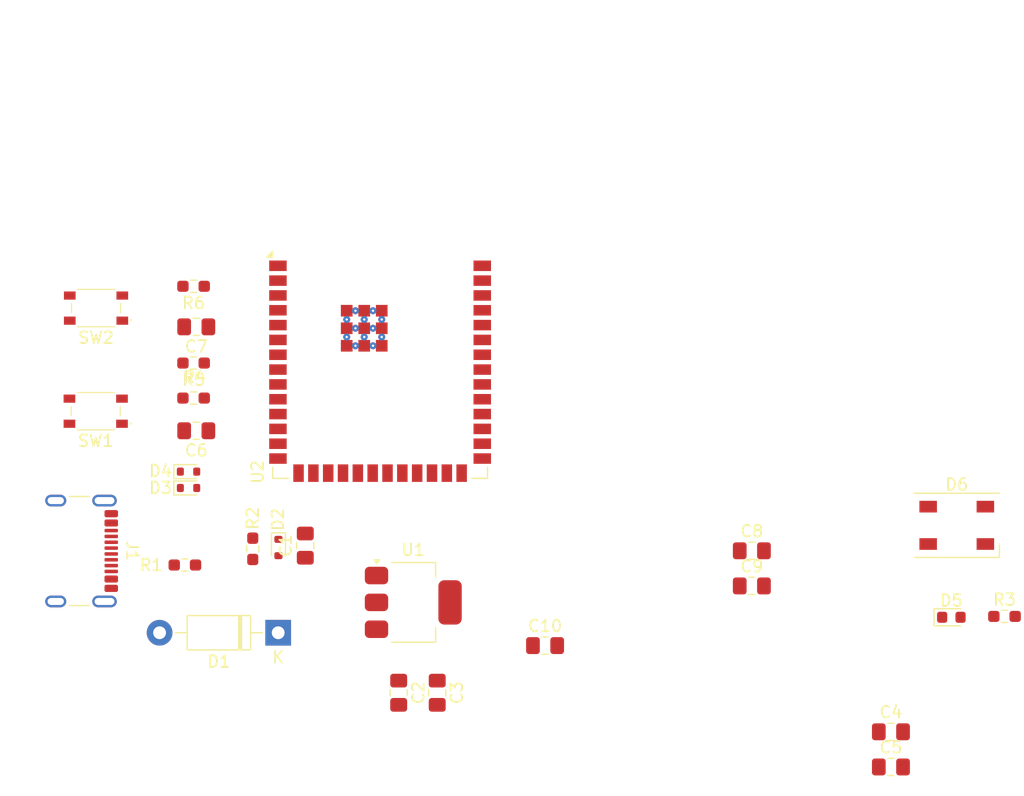
<source format=kicad_pcb>
(kicad_pcb (version 20240108) (generator "pcbnew") (generator_version "8.0")
  (layers (0 "F.Cu" signal) (31 "B.Cu" signal) (34 "B.Paste" user) (35 "F.Paste" user) (36 "B.SilkS" user "B.Silkscreen") (37 "F.SilkS" user "F.Silkscreen") (38 "B.Mask" user) (39 "F.Mask" user) (44 "Edge.Cuts" user))
  (net 0 "")
  (net 1 "VCC_5V")
  (net 2 "GND")
  (net 3 "VCC_3V3")
  (net 4 "GPIO0")
  (net 5 "CHIP_PU")
  (net 6 "Net-(D1-A)")
  (net 7 "D-")
  (net 8 "D+")
  (net 9 "Net-(D5-A)")
  (net 10 "RGB")
  (net 12 "Net-(J1-CC2)")
  (net 14 "Net-(J1-CC1)")
  (footprint "Connector_USB:USB_C_Receptacle_GCT_USB4105-xx-A_16P_TopMnt_Horizontal" (layer "F.Cu") (at 128.5 110.7 -90)
    (property "Reference" "J1" (at 0 -5.5 -90) (layer "F.SilkS"))
    (property "Value" "USB_C_Receptacle_USB2.0_16P")
    (fp_line (start -4.67 -0.1) (end -4.67 -1.8) (stroke (width 0.12)) (layer "F.SilkS"))
    (fp_line (start 4.67 -0.1) (end 4.67 -1.8) (stroke (width 0.12)) (layer "F.SilkS"))
    (pad "" np_thru_hole circle (at -2.89 -2.605 270) (size 0.65 0.65) (drill 0.65) (layers "F&B.Cu" "*.Mask"))
    (pad "" np_thru_hole circle (at 2.89 -2.605 270) (size 0.65 0.65) (drill 0.65) (layers "F&B.Cu" "*.Mask"))
    (pad "A1" smd roundrect (at -3.2 -3.68 270) (size 0.6 1.15) (layers "F.Cu" "F.Paste" "F.Mask") (net 2 "GND"))
    (pad "A4" smd roundrect (at -2.4 -3.68 270) (size 0.6 1.15) (layers "F.Cu" "F.Paste" "F.Mask") (net 6 "Net-(D1-A)"))
    (pad "A5" smd roundrect (at -1.25 -3.68 270) (size 0.3 1.15) (layers "F.Cu" "F.Paste" "F.Mask") (net 14 "Net-(J1-CC1)"))
    (pad "A6" smd roundrect (at -0.25 -3.68 270) (size 0.3 1.15) (layers "F.Cu" "F.Paste" "F.Mask") (net 8 "D+"))
    (pad "A7" smd roundrect (at 0.25 -3.68 270) (size 0.3 1.15) (layers "F.Cu" "F.Paste" "F.Mask") (net 7 "D-"))
    (pad "A8" smd roundrect (at 1.25 -3.68 270) (size 0.3 1.15) (layers "F.Cu" "F.Paste" "F.Mask"))
    (pad "A9" smd roundrect (at 2.4 -3.68 270) (size 0.6 1.15) (layers "F.Cu" "F.Paste" "F.Mask") (net 6 "Net-(D1-A)"))
    (pad "A12" smd roundrect (at 3.2 -3.68 270) (size 0.6 1.15) (layers "F.Cu" "F.Paste" "F.Mask") (net 2 "GND"))
    (pad "B1" smd roundrect (at 3.2 -3.68 270) (size 0.6 1.15) (layers "F.Cu" "F.Paste" "F.Mask") (net 2 "GND"))
    (pad "B4" smd roundrect (at 2.4 -3.68 270) (size 0.6 1.15) (layers "F.Cu" "F.Paste" "F.Mask") (net 6 "Net-(D1-A)"))
    (pad "B5" smd roundrect (at 1.75 -3.68 270) (size 0.3 1.15) (layers "F.Cu" "F.Paste" "F.Mask") (net 12 "Net-(J1-CC2)"))
    (pad "B6" smd roundrect (at 0.75 -3.68 270) (size 0.3 1.15) (layers "F.Cu" "F.Paste" "F.Mask") (net 8 "D+"))
    (pad "B7" smd roundrect (at -0.75 -3.68 270) (size 0.3 1.15) (layers "F.Cu" "F.Paste" "F.Mask") (net 7 "D-"))
    (pad "B8" smd roundrect (at -1.75 -3.68 270) (size 0.3 1.15) (layers "F.Cu" "F.Paste" "F.Mask"))
    (pad "B9" smd roundrect (at -2.4 -3.68 270) (size 0.6 1.15) (layers "F.Cu" "F.Paste" "F.Mask") (net 6 "Net-(D1-A)"))
    (pad "B12" smd roundrect (at -3.2 -3.68 270) (size 0.6 1.15) (layers "F.Cu" "F.Paste" "F.Mask") (net 2 "GND"))
    (pad "S1" thru_hole oval (at -4.32 -3.105 270) (size 1 2.1) (drill oval 0.6 1.7) (layers "*.Cu" "*.Mask" "F.Paste") (net 2 "GND"))
    (pad "S1" thru_hole oval (at -4.32 1.075 270) (size 1 1.8) (drill oval 0.6 1.4) (layers "*.Cu" "*.Mask" "F.Paste") (net 2 "GND"))
    (pad "S1" thru_hole oval (at 4.32 -3.105 270) (size 1 2.1) (drill oval 0.6 1.7) (layers "*.Cu" "*.Mask" "F.Paste") (net 2 "GND"))
    (pad "S1" thru_hole oval (at 4.32 1.075 270) (size 1 1.8) (drill oval 0.6 1.4) (layers "*.Cu" "*.Mask" "F.Paste") (net 2 "GND"))
  )
  (footprint "Diode_THT:D_DO-41_SOD81_P10.16mm_Horizontal" (layer "F.Cu") (at 146.48 117.7 180)
    (property "Reference" "D1" (at 5.08 -2.47 180) (layer "F.SilkS"))
    (property "Value" "1N5819")
    (fp_line (start 8.82 0) (end 7.8 0) (stroke (width 0.12)) (layer "F.SilkS"))
    (fp_line (start 7.8 1.47) (end 7.8 -1.47) (stroke (width 0.12)) (layer "F.SilkS"))
    (fp_line (start 7.8 -1.47) (end 2.36 -1.47) (stroke (width 0.12)) (layer "F.SilkS"))
    (fp_line (start 3.38 -1.47) (end 3.38 1.47) (stroke (width 0.12)) (layer "F.SilkS"))
    (fp_line (start 3.26 -1.47) (end 3.26 1.47) (stroke (width 0.12)) (layer "F.SilkS"))
    (fp_line (start 3.14 -1.47) (end 3.14 1.47) (stroke (width 0.12)) (layer "F.SilkS"))
    (fp_line (start 2.36 1.47) (end 7.8 1.47) (stroke (width 0.12)) (layer "F.SilkS"))
    (fp_line (start 2.36 -1.47) (end 2.36 1.47) (stroke (width 0.12)) (layer "F.SilkS"))
    (fp_line (start 1.34 0) (end 2.36 0) (stroke (width 0.12)) (layer "F.SilkS"))
    (fp_text user "K" (at 0 -2.1 180) (layer "F.SilkS"))
    (pad "1" thru_hole rect (at 0 0 180) (size 2.2 2.2) (drill 1.1) (layers "*.Cu" "*.Mask") (net 1 "VCC_5V"))
    (pad "2" thru_hole oval (at 10.16 0 180) (size 2.2 2.2) (drill 1.1) (layers "*.Cu" "*.Mask") (net 6 "Net-(D1-A)"))
  )
  (footprint "Capacitor_SMD:C_0805_2012Metric_Pad1.18x1.45mm_HandSolder" (layer "F.Cu") (at 187.0475 110.68)
    (property "Reference" "C8" (at 0 -1.68 0) (layer "F.SilkS"))
    (property "Value" "1uF")
    (fp_line (start -0.261252 -0.735) (end 0.261252 -0.735) (stroke (width 0.12)) (layer "F.SilkS"))
    (fp_line (start -0.261252 0.735) (end 0.261252 0.735) (stroke (width 0.12)) (layer "F.SilkS"))
    (pad "1" smd roundrect (at -1.0375 0) (size 1.175 1.45) (layers "F.Cu" "F.Paste" "F.Mask") (roundrect_rratio 0.212766) (net 5 "CHIP_PU"))
    (pad "2" smd roundrect (at 1.0375 0) (size 1.175 1.45) (layers "F.Cu" "F.Paste" "F.Mask") (roundrect_rratio 0.212766) (net 2 "GND"))
  )
  (footprint "Capacitor_SMD:C_0805_2012Metric_Pad1.18x1.45mm_HandSolder" (layer "F.Cu") (at 160.1 122.8375 -90)
    (property "Reference" "C3" (at 0 -1.68 90) (layer "F.SilkS"))
    (property "Value" "0u1F" (hide yes))
    (fp_line (start -0.261252 0.735) (end 0.261252 0.735) (stroke (width 0.12)) (layer "F.SilkS"))
    (fp_line (start -0.261252 -0.735) (end 0.261252 -0.735) (stroke (width 0.12)) (layer "F.SilkS"))
    (pad "1" smd roundrect (at -1.0375 0 270) (size 1.175 1.45) (layers "F.Cu" "F.Paste" "F.Mask") (roundrect_rratio 0.212766) (net 1 "VCC_5V"))
    (pad "2" smd roundrect (at 1.0375 0 270) (size 1.175 1.45) (layers "F.Cu" "F.Paste" "F.Mask") (roundrect_rratio 0.212766) (net 2 "GND"))
  )
  (footprint "Resistor_SMD:R_0603_1608Metric_Pad0.98x0.95mm_HandSolder" (layer "F.Cu") (at 139.2325 97.6 180)
    (property "Reference" "R4" (at -0.0875 1.8 180) (layer "F.SilkS"))
    (property "Value" "10K" (hide yes))
    (fp_line (start -0.254724 0.5225) (end 0.254724 0.5225) (stroke (width 0.12)) (layer "F.SilkS"))
    (fp_line (start -0.254724 -0.5225) (end 0.254724 -0.5225) (stroke (width 0.12)) (layer "F.SilkS"))
    (pad "1" smd roundrect (at -0.9125 0 180) (size 0.975 0.95) (layers "F.Cu" "F.Paste" "F.Mask") (net 4 "GPIO0"))
    (pad "2" smd roundrect (at 0.9125 0 180) (size 0.975 0.95) (layers "F.Cu" "F.Paste" "F.Mask") (net 3 "VCC_3V3"))
  )
  (footprint "Capacitor_SMD:C_0805_2012Metric_Pad1.18x1.45mm_HandSolder" (layer "F.Cu") (at 156.8 122.8375 -90)
    (property "Reference" "C2" (at 0 -1.68 90) (layer "F.SilkS"))
    (property "Value" "10uF" (hide yes))
    (fp_line (start -0.261252 0.735) (end 0.261252 0.735) (stroke (width 0.12)) (layer "F.SilkS"))
    (fp_line (start -0.261252 -0.735) (end 0.261252 -0.735) (stroke (width 0.12)) (layer "F.SilkS"))
    (pad "1" smd roundrect (at -1.0375 0 270) (size 1.175 1.45) (layers "F.Cu" "F.Paste" "F.Mask") (roundrect_rratio 0.212766) (net 1 "VCC_5V"))
    (pad "2" smd roundrect (at 1.0375 0 270) (size 1.175 1.45) (layers "F.Cu" "F.Paste" "F.Mask") (roundrect_rratio 0.212766) (net 2 "GND"))
  )
  (footprint "RF_Module:ESP32-S3-WROOM-2" (layer "F.Cu") (at 155.2075 91.53)
    (property "Reference" "U2" (at -10.5 13.5 90) (layer "F.SilkS") (effects (justify left)))
    (property "Value" "ESP32-S3-WROOM-2")
    (fp_line (start -9.2 12.95) (end -9.2 12) (stroke (width 0.12)) (layer "F.SilkS"))
    (fp_line (start -7.8 12.95) (end -9.2 12.95) (stroke (width 0.12)) (layer "F.SilkS"))
    (fp_line (start 7.8 12.95) (end 9.2 12.95) (stroke (width 0.12)) (layer "F.SilkS"))
    (fp_line (start 9.2 12.95) (end 9.2 12) (stroke (width 0.12)) (layer "F.SilkS"))
    (fp_poly (pts (xy -9.2 -6) (xy -9.7 -6) (xy -9.2 -6.5) (xy -9.2 -6)) (stroke (width 0.12)) (fill solid) (layer "F.SilkS"))
    (pad "1" smd rect (at -8.75 -5.26) (size 1.5 0.9) (layers "F.Cu" "F.Paste" "F.Mask") (net 2 "GND"))
    (pad "2" smd rect (at -8.75 -3.99) (size 1.5 0.9) (layers "F.Cu" "F.Paste" "F.Mask") (net 3 "VCC_3V3"))
    (pad "3" smd rect (at -8.75 -2.72) (size 1.5 0.9) (layers "F.Cu" "F.Paste" "F.Mask") (net 5 "CHIP_PU"))
    (pad "4" smd rect (at -8.75 -1.45) (size 1.5 0.9) (layers "F.Cu" "F.Paste" "F.Mask"))
    (pad "5" smd rect (at -8.75 -0.18) (size 1.5 0.9) (layers "F.Cu" "F.Paste" "F.Mask"))
    (pad "6" smd rect (at -8.75 1.09) (size 1.5 0.9) (layers "F.Cu" "F.Paste" "F.Mask"))
    (pad "7" smd rect (at -8.75 2.36) (size 1.5 0.9) (layers "F.Cu" "F.Paste" "F.Mask"))
    (pad "8" smd rect (at -8.75 3.63) (size 1.5 0.9) (layers "F.Cu" "F.Paste" "F.Mask"))
    (pad "9" smd rect (at -8.75 4.9) (size 1.5 0.9) (layers "F.Cu" "F.Paste" "F.Mask"))
    (pad "10" smd rect (at -8.75 6.17) (size 1.5 0.9) (layers "F.Cu" "F.Paste" "F.Mask"))
    (pad "11" smd rect (at -8.75 7.44) (size 1.5 0.9) (layers "F.Cu" "F.Paste" "F.Mask"))
    (pad "12" smd rect (at -8.75 8.71) (size 1.5 0.9) (layers "F.Cu" "F.Paste" "F.Mask"))
    (pad "13" smd rect (at -8.75 9.98) (size 1.5 0.9) (layers "F.Cu" "F.Paste" "F.Mask") (net 7 "D-"))
    (pad "14" smd rect (at -8.75 11.25) (size 1.5 0.9) (layers "F.Cu" "F.Paste" "F.Mask") (net 8 "D+"))
    (pad "15" smd rect (at -6.985 12.5 90) (size 1.5 0.9) (layers "F.Cu" "F.Paste" "F.Mask"))
    (pad "16" smd rect (at -5.715 12.5 90) (size 1.5 0.9) (layers "F.Cu" "F.Paste" "F.Mask"))
    (pad "17" smd rect (at -4.445 12.5 90) (size 1.5 0.9) (layers "F.Cu" "F.Paste" "F.Mask"))
    (pad "18" smd rect (at -3.175 12.5 90) (size 1.5 0.9) (layers "F.Cu" "F.Paste" "F.Mask"))
    (pad "19" smd rect (at -1.905 12.5 90) (size 1.5 0.9) (layers "F.Cu" "F.Paste" "F.Mask"))
    (pad "20" smd rect (at -0.635 12.5 90) (size 1.5 0.9) (layers "F.Cu" "F.Paste" "F.Mask"))
    (pad "21" smd rect (at 0.635 12.5 90) (size 1.5 0.9) (layers "F.Cu" "F.Paste" "F.Mask"))
    (pad "22" smd rect (at 1.905 12.5 90) (size 1.5 0.9) (layers "F.Cu" "F.Paste" "F.Mask"))
    (pad "23" smd rect (at 3.175 12.5 90) (size 1.5 0.9) (layers "F.Cu" "F.Paste" "F.Mask"))
    (pad "24" smd rect (at 4.445 12.5 90) (size 1.5 0.9) (layers "F.Cu" "F.Paste" "F.Mask"))
    (pad "25" smd rect (at 5.715 12.5 90) (size 1.5 0.9) (layers "F.Cu" "F.Paste" "F.Mask"))
    (pad "26" smd rect (at 6.985 12.5 90) (size 1.5 0.9) (layers "F.Cu" "F.Paste" "F.Mask"))
    (pad "27" smd rect (at 8.75 11.25) (size 1.5 0.9) (layers "F.Cu" "F.Paste" "F.Mask") (net 4 "GPIO0"))
    (pad "28" smd rect (at 8.75 9.98) (size 1.5 0.9) (layers "F.Cu" "F.Paste" "F.Mask"))
    (pad "29" smd rect (at 8.75 8.71) (size 1.5 0.9) (layers "F.Cu" "F.Paste" "F.Mask"))
    (pad "30" smd rect (at 8.75 7.44) (size 1.5 0.9) (layers "F.Cu" "F.Paste" "F.Mask"))
    (pad "31" smd rect (at 8.75 6.17) (size 1.5 0.9) (layers "F.Cu" "F.Paste" "F.Mask"))
    (pad "32" smd rect (at 8.75 4.9) (size 1.5 0.9) (layers "F.Cu" "F.Paste" "F.Mask"))
    (pad "33" smd rect (at 8.75 3.63) (size 1.5 0.9) (layers "F.Cu" "F.Paste" "F.Mask"))
    (pad "34" smd rect (at 8.75 2.36) (size 1.5 0.9) (layers "F.Cu" "F.Paste" "F.Mask"))
    (pad "35" smd rect (at 8.75 1.09) (size 1.5 0.9) (layers "F.Cu" "F.Paste" "F.Mask"))
    (pad "36" smd rect (at 8.75 -0.18) (size 1.5 0.9) (layers "F.Cu" "F.Paste" "F.Mask"))
    (pad "37" smd rect (at 8.75 -1.45) (size 1.5 0.9) (layers "F.Cu" "F.Paste" "F.Mask"))
    (pad "38" smd rect (at 8.75 -2.72) (size 1.5 0.9) (layers "F.Cu" "F.Paste" "F.Mask"))
    (pad "39" smd rect (at 8.75 -3.99) (size 1.5 0.9) (layers "F.Cu" "F.Paste" "F.Mask"))
    (pad "40" smd rect (at 8.75 -5.26) (size 1.5 0.9) (layers "F.Cu" "F.Paste" "F.Mask") (net 2 "GND"))
    (pad "41" smd rect (at -2.86 -1.41) (size 1 1) (layers "F.Cu" "F.Paste" "F.Mask") (net 2 "GND"))
    (pad "41" thru_hole circle (at -2.86 -0.66) (size 0.6 0.6) (drill 0.2) (layers "*.Cu" "*.Mask") (net 2 "GND"))
    (pad "41" smd rect (at -2.86 0.09) (size 1 1) (layers "F.Cu" "F.Paste" "F.Mask") (net 2 "GND"))
    (pad "41" thru_hole circle (at -2.86 0.84) (size 0.6 0.6) (drill 0.2) (layers "*.Cu" "*.Mask") (net 2 "GND"))
    (pad "41" smd rect (at -2.86 1.59) (size 1 1) (layers "F.Cu" "F.Paste" "F.Mask") (net 2 "GND"))
    (pad "41" thru_hole circle (at -2.11 -1.41) (size 0.6 0.6) (drill 0.2) (layers "*.Cu" "*.Mask") (net 2 "GND"))
    (pad "41" thru_hole circle (at -2.11 0.09) (size 0.6 0.6) (drill 0.2) (layers "*.Cu" "*.Mask") (net 2 "GND"))
    (pad "41" thru_hole circle (at -2.11 1.59) (size 0.6 0.6) (drill 0.2) (layers "*.Cu" "*.Mask") (net 2 "GND"))
    (pad "41" smd rect (at -1.36 -1.41) (size 1 1) (layers "F.Cu" "F.Paste" "F.Mask") (net 2 "GND"))
    (pad "41" thru_hole circle (at -1.36 -0.66) (size 0.6 0.6) (drill 0.2) (layers "*.Cu" "*.Mask") (net 2 "GND"))
    (pad "41" smd rect (at -1.36 0.09) (size 1 1) (layers "F.Cu" "F.Paste" "F.Mask") (net 2 "GND"))
    (pad "41" thru_hole circle (at -1.36 0.84) (size 0.6 0.6) (drill 0.2) (layers "*.Cu" "*.Mask") (net 2 "GND"))
    (pad "41" smd rect (at -1.36 1.59) (size 1 1) (layers "F.Cu" "F.Paste" "F.Mask") (net 2 "GND"))
    (pad "41" thru_hole circle (at -0.61 -1.41) (size 0.6 0.6) (drill 0.2) (layers "*.Cu" "*.Mask") (net 2 "GND"))
    (pad "41" thru_hole circle (at -0.61 0.09) (size 0.6 0.6) (drill 0.2) (layers "*.Cu" "*.Mask") (net 2 "GND"))
    (pad "41" thru_hole circle (at -0.61 1.59) (size 0.6 0.6) (drill 0.2) (layers "*.Cu" "*.Mask") (net 2 "GND"))
    (pad "41" smd rect (at 0.14 -1.41) (size 1 1) (layers "F.Cu" "F.Paste" "F.Mask") (net 2 "GND"))
    (pad "41" thru_hole circle (at 0.14 -0.66) (size 0.6 0.6) (drill 0.2) (layers "*.Cu" "*.Mask") (net 2 "GND"))
    (pad "41" smd rect (at 0.14 0.09) (size 1 1) (layers "F.Cu" "F.Paste" "F.Mask") (net 2 "GND"))
    (pad "41" thru_hole circle (at 0.14 0.84) (size 0.6 0.6) (drill 0.2) (layers "*.Cu" "*.Mask") (net 2 "GND"))
    (pad "41" smd rect (at 0.14 1.59) (size 1 1) (layers "F.Cu" "F.Paste" "F.Mask") (net 2 "GND"))
  )
  (footprint "Capacitor_SMD:C_0805_2012Metric_Pad1.18x1.45mm_HandSolder" (layer "F.Cu") (at 198.96 129.195)
    (property "Reference" "C5" (at 0 -1.68 0) (layer "F.SilkS"))
    (property "Value" "0u1F")
    (fp_line (start -0.261252 -0.735) (end 0.261252 -0.735) (stroke (width 0.12)) (layer "F.SilkS"))
    (fp_line (start -0.261252 0.735) (end 0.261252 0.735) (stroke (width 0.12)) (layer "F.SilkS"))
    (pad "1" smd roundrect (at -1.0375 0) (size 1.175 1.45) (layers "F.Cu" "F.Paste" "F.Mask") (roundrect_rratio 0.212766) (net 3 "VCC_3V3"))
    (pad "2" smd roundrect (at 1.0375 0) (size 1.175 1.45) (layers "F.Cu" "F.Paste" "F.Mask") (roundrect_rratio 0.212766) (net 2 "GND"))
  )
  (footprint "LED_SMD:LED_0603_1608Metric" (layer "F.Cu") (at 204.135 116.375)
    (property "Reference" "D5" (at 0 -1.43 0) (layer "F.SilkS"))
    (property "Value" "PWERLED")
    (fp_line (start -1.485 -0.735) (end -1.485 0.735) (stroke (width 0.12)) (layer "F.SilkS"))
    (fp_line (start -1.485 0.735) (end 0.8 0.735) (stroke (width 0.12)) (layer "F.SilkS"))
    (fp_line (start 0.8 -0.735) (end -1.485 -0.735) (stroke (width 0.12)) (layer "F.SilkS"))
    (pad "1" smd roundrect (at -0.7875 0) (size 0.875 0.95) (layers "F.Cu" "F.Paste" "F.Mask") (net 2 "GND"))
    (pad "2" smd roundrect (at 0.7875 0) (size 0.875 0.95) (layers "F.Cu" "F.Paste" "F.Mask") (net 9 "Net-(D5-A)"))
  )
  (footprint "Resistor_SMD:R_0603_1608Metric_Pad0.98x0.95mm_HandSolder" (layer "F.Cu") (at 139.2325 94.6 180)
    (property "Reference" "R5" (at 0 -1.43 180) (layer "F.SilkS"))
    (property "Value" "10K" (hide yes))
    (fp_line (start -0.254724 0.5225) (end 0.254724 0.5225) (stroke (width 0.12)) (layer "F.SilkS"))
    (fp_line (start -0.254724 -0.5225) (end 0.254724 -0.5225) (stroke (width 0.12)) (layer "F.SilkS"))
    (pad "1" smd roundrect (at -0.9125 0 180) (size 0.975 0.95) (layers "F.Cu" "F.Paste" "F.Mask") (net 5 "CHIP_PU"))
    (pad "2" smd roundrect (at 0.9125 0 180) (size 0.975 0.95) (layers "F.Cu" "F.Paste" "F.Mask") (net 3 "VCC_3V3"))
  )
  (footprint "Capacitor_SMD:C_0805_2012Metric_Pad1.18x1.45mm_HandSolder" (layer "F.Cu") (at 187.0475 113.69)
    (property "Reference" "C9" (at 0 -1.68 0) (layer "F.SilkS"))
    (property "Value" "10uF")
    (fp_line (start -0.261252 -0.735) (end 0.261252 -0.735) (stroke (width 0.12)) (layer "F.SilkS"))
    (fp_line (start -0.261252 0.735) (end 0.261252 0.735) (stroke (width 0.12)) (layer "F.SilkS"))
    (pad "1" smd roundrect (at -1.0375 0) (size 1.175 1.45) (layers "F.Cu" "F.Paste" "F.Mask") (roundrect_rratio 0.212766) (net 2 "GND"))
    (pad "2" smd roundrect (at 1.0375 0) (size 1.175 1.45) (layers "F.Cu" "F.Paste" "F.Mask") (roundrect_rratio 0.212766) (net 3 "VCC_3V3"))
  )
  (footprint "Resistor_SMD:R_0603_1608Metric_Pad0.98x0.95mm_HandSolder" (layer "F.Cu") (at 139.2325 88.025 180)
    (property "Reference" "R6" (at 0 -1.43 180) (layer "F.SilkS"))
    (property "Value" "10K" (hide yes))
    (fp_line (start -0.254724 0.5225) (end 0.254724 0.5225) (stroke (width 0.12)) (layer "F.SilkS"))
    (fp_line (start -0.254724 -0.5225) (end 0.254724 -0.5225) (stroke (width 0.12)) (layer "F.SilkS"))
    (pad "1" smd roundrect (at -0.9125 0 180) (size 0.975 0.95) (layers "F.Cu" "F.Paste" "F.Mask") (net 5 "CHIP_PU"))
    (pad "2" smd roundrect (at 0.9125 0 180) (size 0.975 0.95) (layers "F.Cu" "F.Paste" "F.Mask") (net 3 "VCC_3V3"))
  )
  (footprint "Capacitor_SMD:C_0805_2012Metric_Pad1.18x1.45mm_HandSolder" (layer "F.Cu") (at 148.8 110.2375 90)
    (property "Reference" "C1" (at 0 -1.68 270) (layer "F.SilkS"))
    (property "Value" "10uF")
    (fp_line (start -0.261252 -0.735) (end 0.261252 -0.735) (stroke (width 0.12)) (layer "F.SilkS"))
    (fp_line (start -0.261252 0.735) (end 0.261252 0.735) (stroke (width 0.12)) (layer "F.SilkS"))
    (pad "1" smd roundrect (at -1.0375 0 90) (size 1.175 1.45) (layers "F.Cu" "F.Paste" "F.Mask") (roundrect_rratio 0.212766) (net 1 "VCC_5V"))
    (pad "2" smd roundrect (at 1.0375 0 90) (size 1.175 1.45) (layers "F.Cu" "F.Paste" "F.Mask") (roundrect_rratio 0.212766) (net 2 "GND"))
  )
  (footprint "Capacitor_SMD:C_0805_2012Metric_Pad1.18x1.45mm_HandSolder" (layer "F.Cu") (at 198.96 126.185)
    (property "Reference" "C4" (at 0 -1.68 0) (layer "F.SilkS"))
    (property "Value" "10uF")
    (fp_line (start -0.261252 -0.735) (end 0.261252 -0.735) (stroke (width 0.12)) (layer "F.SilkS"))
    (fp_line (start -0.261252 0.735) (end 0.261252 0.735) (stroke (width 0.12)) (layer "F.SilkS"))
    (pad "1" smd roundrect (at -1.0375 0) (size 1.175 1.45) (layers "F.Cu" "F.Paste" "F.Mask") (roundrect_rratio 0.212766) (net 3 "VCC_3V3"))
    (pad "2" smd roundrect (at 1.0375 0) (size 1.175 1.45) (layers "F.Cu" "F.Paste" "F.Mask") (roundrect_rratio 0.212766) (net 2 "GND"))
  )
  (footprint "Resistor_SMD:R_0603_1608Metric_Pad0.98x0.95mm_HandSolder" (layer "F.Cu") (at 138.4875 111.9 180)
    (property "Reference" "R1" (at 2.8875 0 180) (layer "F.SilkS"))
    (property "Value" "5K1" (hide yes))
    (fp_line (start -0.254724 0.5225) (end 0.254724 0.5225) (stroke (width 0.12)) (layer "F.SilkS"))
    (fp_line (start -0.254724 -0.5225) (end 0.254724 -0.5225) (stroke (width 0.12)) (layer "F.SilkS"))
    (pad "1" smd roundrect (at -0.9125 0 180) (size 0.975 0.95) (layers "F.Cu" "F.Paste" "F.Mask") (net 14 "Net-(J1-CC1)"))
    (pad "2" smd roundrect (at 0.9125 0 180) (size 0.975 0.95) (layers "F.Cu" "F.Paste" "F.Mask") (net 2 "GND"))
  )
  (footprint "Capacitor_SMD:C_0805_2012Metric_Pad1.18x1.45mm_HandSolder" (layer "F.Cu") (at 139.4625 91.5 180)
    (property "Reference" "C7" (at 0 -1.68 180) (layer "F.SilkS"))
    (property "Value" "0u1F" (hide yes))
    (fp_line (start -0.261252 0.735) (end 0.261252 0.735) (stroke (width 0.12)) (layer "F.SilkS"))
    (fp_line (start -0.261252 -0.735) (end 0.261252 -0.735) (stroke (width 0.12)) (layer "F.SilkS"))
    (pad "1" smd roundrect (at -1.0375 0 180) (size 1.175 1.45) (layers "F.Cu" "F.Paste" "F.Mask") (roundrect_rratio 0.212766) (net 5 "CHIP_PU"))
    (pad "2" smd roundrect (at 1.0375 0 180) (size 1.175 1.45) (layers "F.Cu" "F.Paste" "F.Mask") (roundrect_rratio 0.212766) (net 2 "GND"))
  )
  (footprint "Package_TO_SOT_SMD:SOT-223-3_TabPin2" (layer "F.Cu") (at 158.05 115.1)
    (property "Reference" "U1" (at 0 -4.5 0) (layer "F.SilkS"))
    (property "Value" "AMS1117-3.3")
    (fp_line (start -1.85 -3.41) (end 1.91 -3.41) (stroke (width 0.12)) (layer "F.SilkS"))
    (fp_line (start -1.85 3.41) (end 1.91 3.41) (stroke (width 0.12)) (layer "F.SilkS"))
    (fp_line (start 1.91 -3.41) (end 1.91 -2.15) (stroke (width 0.12)) (layer "F.SilkS"))
    (fp_line (start 1.91 3.41) (end 1.91 2.15) (stroke (width 0.12)) (layer "F.SilkS"))
    (fp_poly (pts (xy -3.13 -3.31) (xy -3.37 -3.64) (xy -2.89 -3.64) (xy -3.13 -3.31)) (stroke (width 0.12)) (fill solid) (layer "F.SilkS"))
    (pad "1" smd roundrect (at -3.15 -2.3) (size 2 1.5) (layers "F.Cu" "F.Paste" "F.Mask") (net 2 "GND"))
    (pad "2" smd roundrect (at -3.15 0) (size 2 1.5) (layers "F.Cu" "F.Paste" "F.Mask") (net 3 "VCC_3V3"))
    (pad "2" smd roundrect (at 3.15 0) (size 2 3.8) (layers "F.Cu" "F.Paste" "F.Mask") (net 3 "VCC_3V3"))
    (pad "3" smd roundrect (at -3.15 2.3) (size 2 1.5) (layers "F.Cu" "F.Paste" "F.Mask") (net 1 "VCC_5V"))
  )
  (footprint "Capacitor_SMD:C_0805_2012Metric_Pad1.18x1.45mm_HandSolder" (layer "F.Cu") (at 169.3375 118.8)
    (property "Reference" "C10" (at 0 -1.68 0) (layer "F.SilkS"))
    (property "Value" "0u1F")
    (fp_line (start -0.261252 -0.735) (end 0.261252 -0.735) (stroke (width 0.12)) (layer "F.SilkS"))
    (fp_line (start -0.261252 0.735) (end 0.261252 0.735) (stroke (width 0.12)) (layer "F.SilkS"))
    (pad "1" smd roundrect (at -1.0375 0) (size 1.175 1.45) (layers "F.Cu" "F.Paste" "F.Mask") (roundrect_rratio 0.212766) (net 2 "GND"))
    (pad "2" smd roundrect (at 1.0375 0) (size 1.175 1.45) (layers "F.Cu" "F.Paste" "F.Mask") (roundrect_rratio 0.212766) (net 3 "VCC_3V3"))
  )
  (footprint "Resistor_SMD:R_0603_1608Metric_Pad0.98x0.95mm_HandSolder" (layer "F.Cu") (at 144.3 110.5125 90)
    (property "Reference" "R2" (at 2.6125 0 270) (layer "F.SilkS"))
    (property "Value" "5K1" (hide yes))
    (fp_line (start -0.254724 -0.5225) (end 0.254724 -0.5225) (stroke (width 0.12)) (layer "F.SilkS"))
    (fp_line (start -0.254724 0.5225) (end 0.254724 0.5225) (stroke (width 0.12)) (layer "F.SilkS"))
    (pad "1" smd roundrect (at -0.9125 0 90) (size 0.975 0.95) (layers "F.Cu" "F.Paste" "F.Mask") (net 12 "Net-(J1-CC2)"))
    (pad "2" smd roundrect (at 0.9125 0 90) (size 0.975 0.95) (layers "F.Cu" "F.Paste" "F.Mask") (net 2 "GND"))
  )
  (footprint "PTS815_SJG_250_SMTR_LFS:PTS815SJG250SMTRLFS" (layer "F.Cu") (at 130.8775 89.895 180)
    (property "Reference" "SW2" (at 0 -2.54 180) (layer "F.SilkS"))
    (property "Value" "PTS810_SJM_250_SMTR_LFS" (hide yes))
    (fp_line (start 2.1 -0.4) (end 2.1 0.4) (stroke (width 0.1)) (layer "F.SilkS"))
    (fp_line (start 1.6 1.6) (end -1.6 1.6) (stroke (width 0.1)) (layer "F.SilkS"))
    (fp_line (start -1.6 -1.6) (end 1.6 -1.6) (stroke (width 0.1)) (layer "F.SilkS"))
    (fp_line (start -2.1 -0.4) (end -2.1 0.4) (stroke (width 0.1)) (layer "F.SilkS"))
    (fp_arc (start -3 -1) (mid -3.05 -1.05) (end -3 -1.1) (stroke (width 0.1)) (layer "F.SilkS"))
    (fp_arc (start -3 -1.1) (mid -2.95 -1.05) (end -3 -1) (stroke (width 0.1)) (layer "F.SilkS"))
    (pad "1" smd rect (at -2.25 -1.075 180) (size 1 0.7) (layers "F.Cu" "F.Paste" "F.Mask") (net 2 "GND"))
    (pad "2" smd rect (at 2.25 -1.075 180) (size 1 0.7) (layers "F.Cu" "F.Paste" "F.Mask") (net 2 "GND"))
    (pad "3" smd rect (at -2.25 1.075 180) (size 1 0.7) (layers "F.Cu" "F.Paste" "F.Mask") (net 5 "CHIP_PU"))
    (pad "4" smd rect (at 2.25 1.075 180) (size 1 0.7) (layers "F.Cu" "F.Paste" "F.Mask") (net 5 "CHIP_PU"))
  )
  (footprint "Resistor_SMD:R_0603_1608Metric_Pad0.98x0.95mm_HandSolder" (layer "F.Cu") (at 208.6875 116.3)
    (property "Reference" "R3" (at 0 -1.43 0) (layer "F.SilkS"))
    (property "Value" "75")
    (fp_line (start -0.254724 -0.5225) (end 0.254724 -0.5225) (stroke (width 0.12)) (layer "F.SilkS"))
    (fp_line (start -0.254724 0.5225) (end 0.254724 0.5225) (stroke (width 0.12)) (layer "F.SilkS"))
    (pad "1" smd roundrect (at -0.9125 0) (size 0.975 0.95) (layers "F.Cu" "F.Paste" "F.Mask") (net 3 "VCC_3V3"))
    (pad "2" smd roundrect (at 0.9125 0) (size 0.975 0.95) (layers "F.Cu" "F.Paste" "F.Mask") (net 9 "Net-(D5-A)"))
  )
  (footprint "Capacitor_SMD:C_0805_2012Metric_Pad1.18x1.45mm_HandSolder" (layer "F.Cu") (at 139.4625 100.4 180)
    (property "Reference" "C6" (at 0 -1.68 180) (layer "F.SilkS"))
    (property "Value" "0u1F" (hide yes))
    (fp_line (start -0.261252 0.735) (end 0.261252 0.735) (stroke (width 0.12)) (layer "F.SilkS"))
    (fp_line (start -0.261252 -0.735) (end 0.261252 -0.735) (stroke (width 0.12)) (layer "F.SilkS"))
    (pad "1" smd roundrect (at -1.0375 0 180) (size 1.175 1.45) (layers "F.Cu" "F.Paste" "F.Mask") (roundrect_rratio 0.212766) (net 4 "GPIO0"))
    (pad "2" smd roundrect (at 1.0375 0 180) (size 1.175 1.45) (layers "F.Cu" "F.Paste" "F.Mask") (roundrect_rratio 0.212766) (net 2 "GND"))
  )
  (footprint "Diode_SMD:D_SOD-523" (layer "F.Cu") (at 138.8 105.3)
    (property "Reference" "D3" (at -2.4 0 360) (layer "F.SilkS"))
    (property "Value" "LESD5D5.0CT1G" (hide yes))
    (fp_line (start -1.26 -0.6) (end -1.26 0.6) (stroke (width 0.12)) (layer "F.SilkS"))
    (fp_line (start 0.7 -0.6) (end -1.26 -0.6) (stroke (width 0.12)) (layer "F.SilkS"))
    (fp_line (start 0.7 0.6) (end -1.26 0.6) (stroke (width 0.12)) (layer "F.SilkS"))
    (pad "1" smd roundrect (at -0.7 0 180) (size 0.6 0.7) (layers "F.Cu" "F.Paste" "F.Mask") (net 2 "GND"))
    (pad "2" smd roundrect (at 0.7 0 180) (size 0.6 0.7) (layers "F.Cu" "F.Paste" "F.Mask") (net 7 "D-"))
  )
  (footprint "PTS815_SJG_250_SMTR_LFS:PTS815SJG250SMTRLFS" (layer "F.Cu") (at 130.85 98.725 180)
    (property "Reference" "SW1" (at 0 -2.54 180) (layer "F.SilkS"))
    (property "Value" "PTS810_SJM_250_SMTR_LFS" (hide yes))
    (fp_line (start 2.1 -0.4) (end 2.1 0.4) (stroke (width 0.1)) (layer "F.SilkS"))
    (fp_line (start 1.6 1.6) (end -1.6 1.6) (stroke (width 0.1)) (layer "F.SilkS"))
    (fp_line (start -1.6 -1.6) (end 1.6 -1.6) (stroke (width 0.1)) (layer "F.SilkS"))
    (fp_line (start -2.1 -0.4) (end -2.1 0.4) (stroke (width 0.1)) (layer "F.SilkS"))
    (fp_arc (start -3 -1) (mid -3.05 -1.05) (end -3 -1.1) (stroke (width 0.1)) (layer "F.SilkS"))
    (fp_arc (start -3 -1.1) (mid -2.95 -1.05) (end -3 -1) (stroke (width 0.1)) (layer "F.SilkS"))
    (pad "1" smd rect (at -2.25 -1.075 180) (size 1 0.7) (layers "F.Cu" "F.Paste" "F.Mask") (net 2 "GND"))
    (pad "2" smd rect (at 2.25 -1.075 180) (size 1 0.7) (layers "F.Cu" "F.Paste" "F.Mask") (net 2 "GND"))
    (pad "3" smd rect (at -2.25 1.075 180) (size 1 0.7) (layers "F.Cu" "F.Paste" "F.Mask") (net 4 "GPIO0"))
    (pad "4" smd rect (at 2.25 1.075 180) (size 1 0.7) (layers "F.Cu" "F.Paste" "F.Mask") (net 4 "GPIO0"))
  )
  (footprint "Diode_SMD:D_SOD-523" (layer "F.Cu") (at 146.5 110.4 -90)
    (property "Reference" "D2" (at -2.4 0.05 90) (layer "F.SilkS"))
    (property "Value" "LESD5D5.0CT1G" (hide yes))
    (fp_line (start 0.7 0.6) (end -1.26 0.6) (stroke (width 0.12)) (layer "F.SilkS"))
    (fp_line (start -1.26 -0.6) (end -1.26 0.6) (stroke (width 0.12)) (layer "F.SilkS"))
    (fp_line (start 0.7 -0.6) (end -1.26 -0.6) (stroke (width 0.12)) (layer "F.SilkS"))
    (pad "1" smd roundrect (at -0.7 0 90) (size 0.6 0.7) (layers "F.Cu" "F.Paste" "F.Mask") (net 2 "GND"))
    (pad "2" smd roundrect (at 0.7 0 90) (size 0.6 0.7) (layers "F.Cu" "F.Paste" "F.Mask") (net 6 "Net-(D1-A)"))
  )
  (footprint "Diode_SMD:D_SOD-523" (layer "F.Cu") (at 138.8 103.9)
    (property "Reference" "D4" (at -2.4 -0.05 360) (layer "F.SilkS"))
    (property "Value" "LESD5D5.0CT1G" (hide yes))
    (fp_line (start -1.26 -0.6) (end -1.26 0.6) (stroke (width 0.12)) (layer "F.SilkS"))
    (fp_line (start 0.7 -0.6) (end -1.26 -0.6) (stroke (width 0.12)) (layer "F.SilkS"))
    (fp_line (start 0.7 0.6) (end -1.26 0.6) (stroke (width 0.12)) (layer "F.SilkS"))
    (pad "1" smd roundrect (at -0.7 0 180) (size 0.6 0.7) (layers "F.Cu" "F.Paste" "F.Mask") (net 2 "GND"))
    (pad "2" smd roundrect (at 0.7 0 180) (size 0.6 0.7) (layers "F.Cu" "F.Paste" "F.Mask") (net 8 "D+"))
  )
  (footprint "LED_SMD:LED_SK6812_PLCC4_5.0x5.0mm_P3.2mm" (layer "F.Cu") (at 204.6 108.5)
    (property "Reference" "D6" (at 0 -3.5 0) (layer "F.SilkS"))
    (property "Value" "SK6812")
    (fp_line (start -3.65 -2.75) (end 3.65 -2.75) (stroke (width 0.12)) (layer "F.SilkS"))
    (fp_line (start -3.65 2.75) (end 3.65 2.75) (stroke (width 0.12)) (layer "F.SilkS"))
    (fp_line (start 3.65 2.75) (end 3.65 1.6) (stroke (width 0.12)) (layer "F.SilkS"))
    (pad "1" smd rect (at 2.45 1.6) (size 1.5 1) (layers "F.Cu" "F.Paste" "F.Mask") (net 2 "GND"))
    (pad "2" smd rect (at 2.45 -1.6) (size 1.5 1) (layers "F.Cu" "F.Paste" "F.Mask") (net 10 "RGB"))
    (pad "3" smd rect (at -2.45 -1.6) (size 1.5 1) (layers "F.Cu" "F.Paste" "F.Mask") (net 3 "VCC_3V3"))
    (pad "4" smd rect (at -2.45 1.6) (size 1.5 1) (layers "F.Cu" "F.Paste" "F.Mask"))
  )
)
</source>
